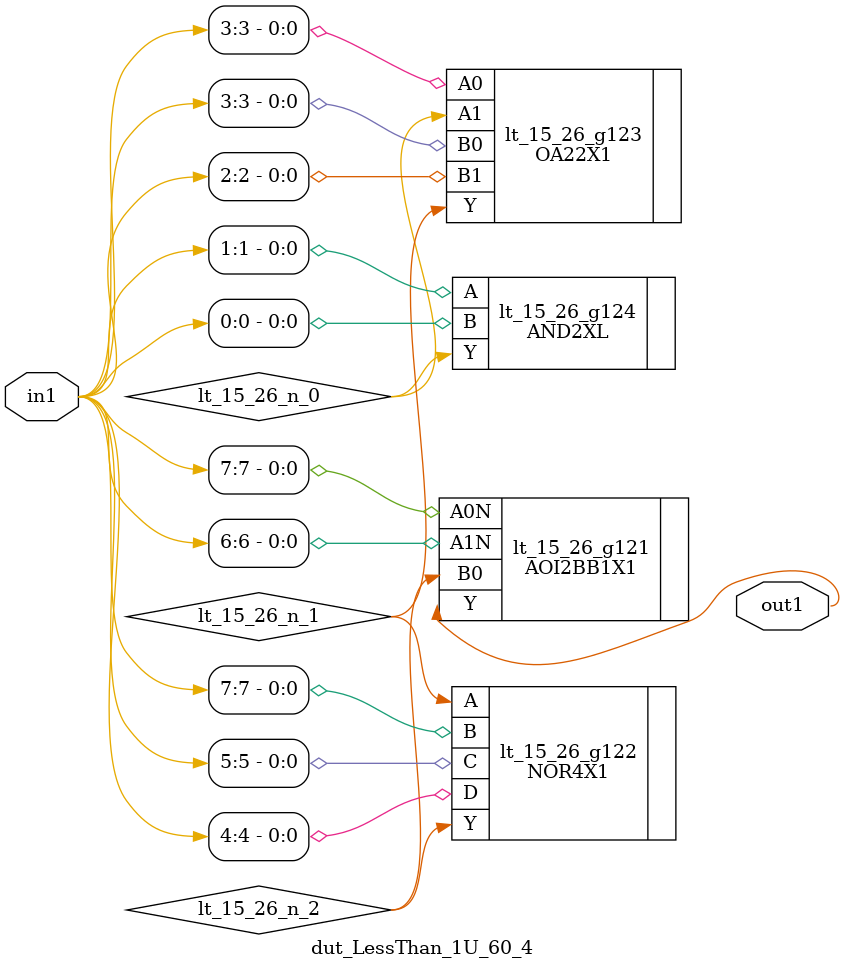
<source format=v>
`timescale 1ps / 1ps


module dut_LessThan_1U_60_4(in1, out1);
  input [7:0] in1;
  output out1;
  wire [7:0] in1;
  wire out1;
  wire lt_15_26_n_0, lt_15_26_n_1, lt_15_26_n_2;
  AOI2BB1X1 lt_15_26_g121(.A0N (in1[7]), .A1N (in1[6]), .B0
       (lt_15_26_n_2), .Y (out1));
  NOR4X1 lt_15_26_g122(.A (lt_15_26_n_1), .B (in1[7]), .C (in1[5]), .D
       (in1[4]), .Y (lt_15_26_n_2));
  OA22X1 lt_15_26_g123(.A0 (in1[3]), .A1 (lt_15_26_n_0), .B0 (in1[3]),
       .B1 (in1[2]), .Y (lt_15_26_n_1));
  AND2XL lt_15_26_g124(.A (in1[1]), .B (in1[0]), .Y (lt_15_26_n_0));
endmodule



</source>
